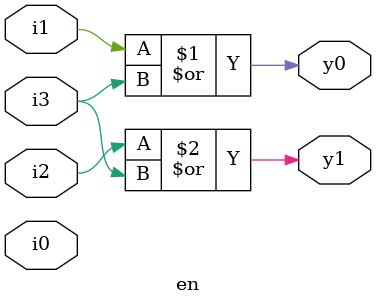
<source format=v>
module en(i0,i1,i2,i3,y0,y1);
input i0,i1,i2,i3;
output y0,y1;
assign y0=(i1|i3);
assign y1=(i2|i3);
endmodule

</source>
